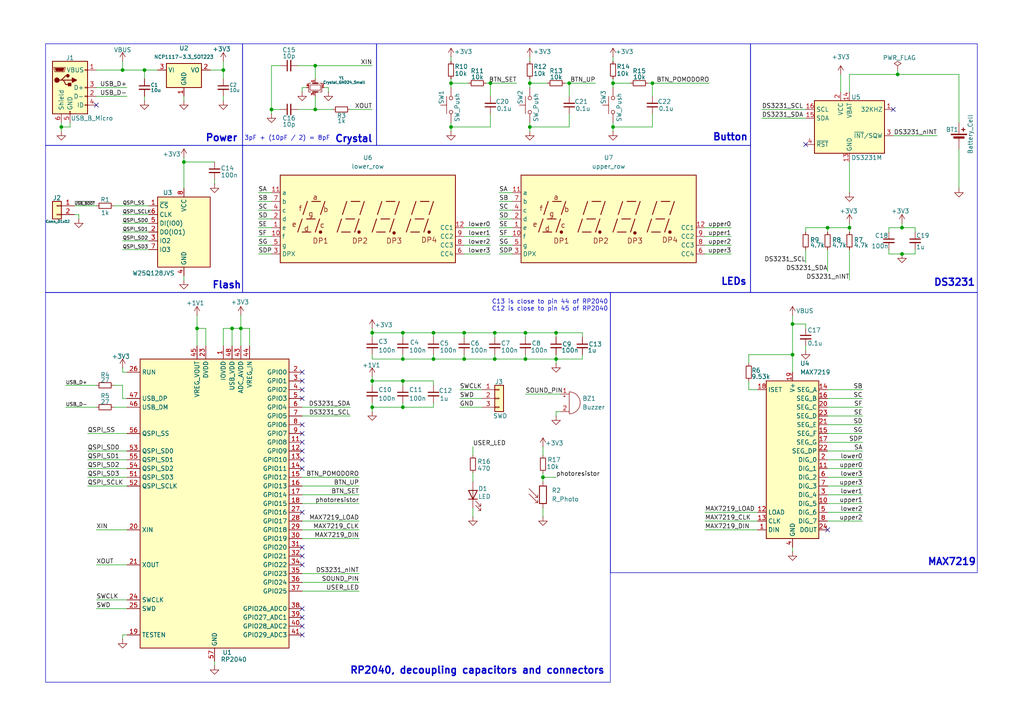
<source format=kicad_sch>
(kicad_sch (version 20231120) (generator "eeschema") (generator_version "8.0")
  (paper "A4")
  (title_block (title "pomopico") (date "2024-06-07") (rev "v0.1") (company "author-alcato"))
  (junction (at 35.56 20.32))
  (junction (at 57.15 95.25))
  (junction (at 91.44 19.05))
  (junction (at 161.29 104.14))
  (junction (at 143.51 104.14))
  (junction (at 116.84 118.11))
  (junction (at 125.73 104.14))
  (junction (at 78.74 31.75))
  (junction (at 177.8 24.13))
  (junction (at 246.38 66.04))
  (junction (at 157.48 138.43))
  (junction (at 64.77 20.32))
  (junction (at 69.85 95.25))
  (junction (at 161.29 96.52))
  (junction (at 107.95 96.52))
  (junction (at 125.73 96.52))
  (junction (at 53.34 46.99))
  (junction (at 189.23 24.13))
  (junction (at 67.31 95.25))
  (junction (at 229.87 102.87))
  (junction (at 260.35 21.59))
  (junction (at 41.91 20.32))
  (junction (at 134.62 104.14))
  (junction (at 107.95 110.49))
  (junction (at 153.67 36.83))
  (junction (at 17.78 36.83))
  (junction (at 143.51 96.52))
  (junction (at 229.87 93.98))
  (junction (at 142.24 24.13))
  (junction (at 153.67 24.13))
  (junction (at 116.84 96.52))
  (junction (at 130.81 36.83))
  (junction (at 152.4 96.52))
  (junction (at 107.95 118.11))
  (junction (at 116.84 110.49))
  (junction (at 130.81 24.13))
  (junction (at 261.62 66.04))
  (junction (at 165.1 24.13))
  (junction (at 116.84 104.14))
  (junction (at 152.4 104.14))
  (junction (at 177.8 36.83))
  (junction (at 240.03 66.04))
  (junction (at 261.62 73.66))
  (junction (at 91.44 31.75))
  (junction (at 134.62 96.52))
  (no_connect (at 87.63 107.95))
  (no_connect (at 87.63 163.83))
  (no_connect (at 87.63 158.75))
  (no_connect (at 87.63 179.07))
  (no_connect (at 259.08 31.75))
  (no_connect (at 27.94 30.48))
  (no_connect (at 87.63 133.35))
  (no_connect (at 87.63 113.03))
  (no_connect (at 240.03 153.67))
  (no_connect (at 87.63 128.27))
  (no_connect (at 87.63 176.53))
  (no_connect (at 233.68 41.91))
  (no_connect (at 87.63 135.89))
  (no_connect (at 87.63 184.15))
  (no_connect (at 87.63 161.29))
  (no_connect (at 87.63 115.57))
  (no_connect (at 87.63 125.73))
  (no_connect (at 87.63 148.59))
  (no_connect (at 87.63 130.81))
  (no_connect (at 87.63 110.49))
  (no_connect (at 87.63 123.19))
  (no_connect (at 87.63 181.61))
  (wire (pts (xy 74.93 66.04) (xy 78.74 66.04)))
  (wire (pts (xy 25.4 138.43) (xy 36.83 138.43)))
  (wire (pts (xy 64.77 100.33) (xy 64.77 95.25)))
  (wire (pts (xy 35.56 115.57) (xy 35.56 111.76)))
  (wire (pts (xy 33.02 59.69) (xy 43.18 59.69)))
  (wire (pts (xy 53.34 27.94) (xy 53.34 29.21)))
  (wire (pts (xy 87.63 171.45) (xy 104.14 171.45)))
  (wire (pts (xy 204.47 71.12) (xy 212.09 71.12)))
  (wire (pts (xy 157.48 138.43) (xy 157.48 139.7)))
  (wire (pts (xy 133.35 118.11) (xy 139.7 118.11)))
  (wire (pts (xy 125.73 110.49) (xy 116.84 110.49)))
  (wire (pts (xy 144.78 58.42) (xy 148.59 58.42)))
  (wire (pts (xy 144.78 60.96) (xy 148.59 60.96)))
  (wire (pts (xy 240.03 143.51) (xy 250.19 143.51)))
  (wire (pts (xy 189.23 33.02) (xy 189.23 36.83)))
  (wire (pts (xy 107.95 118.11) (xy 107.95 119.38)))
  (wire (pts (xy 152.4 102.87) (xy 152.4 104.14)))
  (wire (pts (xy 134.62 68.58) (xy 142.24 68.58)))
  (wire (pts (xy 278.13 43.18) (xy 278.13 54.61)))
  (wire (pts (xy 152.4 96.52) (xy 143.51 96.52)))
  (wire (pts (xy 69.85 95.25) (xy 69.85 100.33)))
  (wire (pts (xy 101.6 31.75) (xy 107.95 31.75)))
  (wire (pts (xy 107.95 95.25) (xy 107.95 96.52)))
  (wire (pts (xy 87.63 138.43) (xy 104.14 138.43)))
  (wire (pts (xy 135.89 24.13) (xy 130.81 24.13)))
  (wire (pts (xy 177.8 24.13) (xy 177.8 25.4)))
  (wire (pts (xy 217.17 105.41) (xy 217.17 102.87)))
  (wire (pts (xy 87.63 143.51) (xy 104.14 143.51)))
  (wire (pts (xy 157.48 147.32) (xy 157.48 149.86)))
  (wire (pts (xy 157.48 138.43) (xy 161.29 138.43)))
  (wire (pts (xy 168.91 96.52) (xy 161.29 96.52)))
  (wire (pts (xy 240.03 140.97) (xy 250.19 140.97)))
  (wire (pts (xy 35.56 111.76) (xy 33.02 111.76)))
  (wire (pts (xy 133.35 113.03) (xy 139.7 113.03)))
  (wire (pts (xy 165.1 33.02) (xy 165.1 36.83)))
  (wire (pts (xy 62.23 191.77) (xy 62.23 193.04)))
  (wire (pts (xy 153.67 22.86) (xy 153.67 24.13)))
  (wire (pts (xy 87.63 156.21) (xy 104.14 156.21)))
  (wire (pts (xy 35.56 17.78) (xy 35.56 20.32)))
  (wire (pts (xy 41.91 20.32) (xy 41.91 22.86)))
  (wire (pts (xy 125.73 118.11) (xy 116.84 118.11)))
  (wire (pts (xy 246.38 46.99) (xy 246.38 55.88)))
  (wire (pts (xy 177.8 38.1) (xy 177.8 36.83)))
  (wire (pts (xy 240.03 151.13) (xy 250.19 151.13)))
  (wire (pts (xy 233.68 93.98) (xy 229.87 93.98)))
  (wire (pts (xy 125.73 111.76) (xy 125.73 110.49)))
  (wire (pts (xy 265.43 72.39) (xy 265.43 73.66)))
  (wire (pts (xy 25.4 133.35) (xy 36.83 133.35)))
  (wire (pts (xy 134.62 104.14) (xy 143.51 104.14)))
  (wire (pts (xy 240.03 72.39) (xy 240.03 78.74)))
  (wire (pts (xy 204.47 66.04) (xy 212.09 66.04)))
  (wire (pts (xy 177.8 16.51) (xy 177.8 17.78)))
  (wire (pts (xy 57.15 95.25) (xy 57.15 100.33)))
  (wire (pts (xy 91.44 19.05) (xy 86.36 19.05)))
  (wire (pts (xy 87.63 151.13) (xy 104.14 151.13)))
  (wire (pts (xy 265.43 73.66) (xy 261.62 73.66)))
  (wire (pts (xy 116.84 118.11) (xy 107.95 118.11)))
  (wire (pts (xy 107.95 104.14) (xy 116.84 104.14)))
  (wire (pts (xy 72.39 100.33) (xy 72.39 95.25)))
  (wire (pts (xy 91.44 19.05) (xy 107.95 19.05)))
  (wire (pts (xy 143.51 102.87) (xy 143.51 104.14)))
  (wire (pts (xy 25.4 135.89) (xy 36.83 135.89)))
  (wire (pts (xy 229.87 102.87) (xy 229.87 107.95)))
  (wire (pts (xy 261.62 66.04) (xy 257.81 66.04)))
  (wire (pts (xy 116.84 116.84) (xy 116.84 118.11)))
  (wire (pts (xy 189.23 24.13) (xy 205.74 24.13)))
  (wire (pts (xy 140.97 24.13) (xy 142.24 24.13)))
  (wire (pts (xy 33.02 118.11) (xy 36.83 118.11)))
  (wire (pts (xy 260.35 21.59) (xy 278.13 21.59)))
  (wire (pts (xy 134.62 73.66) (xy 142.24 73.66)))
  (wire (pts (xy 125.73 102.87) (xy 125.73 104.14)))
  (wire (pts (xy 158.75 24.13) (xy 153.67 24.13)))
  (wire (pts (xy 78.74 19.05) (xy 78.74 31.75)))
  (wire (pts (xy 95.25 25.4) (xy 93.98 25.4)))
  (wire (pts (xy 142.24 24.13) (xy 142.24 27.94)))
  (wire (pts (xy 161.29 119.38) (xy 162.56 119.38)))
  (wire (pts (xy 187.96 24.13) (xy 189.23 24.13)))
  (wire (pts (xy 27.94 176.53) (xy 36.83 176.53)))
  (wire (pts (xy 27.94 25.4) (xy 36.83 25.4)))
  (wire (pts (xy 87.63 168.91) (xy 104.14 168.91)))
  (wire (pts (xy 64.77 17.78) (xy 64.77 20.32)))
  (wire (pts (xy 36.83 115.57) (xy 35.56 115.57)))
  (wire (pts (xy 116.84 96.52) (xy 107.95 96.52)))
  (wire (pts (xy 204.47 153.67) (xy 219.71 153.67)))
  (wire (pts (xy 240.03 133.35) (xy 250.19 133.35)))
  (wire (pts (xy 87.63 25.4) (xy 88.9 25.4)))
  (wire (pts (xy 53.34 45.72) (xy 53.34 46.99)))
  (wire (pts (xy 72.39 95.25) (xy 69.85 95.25)))
  (wire (pts (xy 19.05 118.11) (xy 27.94 118.11)))
  (wire (pts (xy 87.63 120.65) (xy 101.6 120.65)))
  (wire (pts (xy 240.03 135.89) (xy 250.19 135.89)))
  (wire (pts (xy 177.8 35.56) (xy 177.8 36.83)))
  (wire (pts (xy 64.77 27.94) (xy 64.77 29.21)))
  (wire (pts (xy 161.29 97.79) (xy 161.29 96.52)))
  (wire (pts (xy 87.63 166.37) (xy 104.14 166.37)))
  (wire (pts (xy 240.03 138.43) (xy 250.19 138.43)))
  (wire (pts (xy 87.63 118.11) (xy 101.6 118.11)))
  (wire (pts (xy 87.63 26.67) (xy 87.63 25.4)))
  (wire (pts (xy 74.93 58.42) (xy 78.74 58.42)))
  (wire (pts (xy 35.56 62.23) (xy 43.18 62.23)))
  (wire (pts (xy 137.16 147.32) (xy 137.16 149.86)))
  (wire (pts (xy 144.78 73.66) (xy 148.59 73.66)))
  (wire (pts (xy 67.31 95.25) (xy 69.85 95.25)))
  (wire (pts (xy 25.4 125.73) (xy 36.83 125.73)))
  (wire (pts (xy 107.95 116.84) (xy 107.95 118.11)))
  (wire (pts (xy 91.44 27.94) (xy 91.44 31.75)))
  (wire (pts (xy 17.78 36.83) (xy 17.78 38.1)))
  (wire (pts (xy 144.78 66.04) (xy 148.59 66.04)))
  (wire (pts (xy 142.24 24.13) (xy 149.86 24.13)))
  (wire (pts (xy 260.35 20.32) (xy 260.35 21.59)))
  (wire (pts (xy 74.93 60.96) (xy 78.74 60.96)))
  (wire (pts (xy 240.03 118.11) (xy 250.19 118.11)))
  (wire (pts (xy 134.62 96.52) (xy 134.62 97.79)))
  (wire (pts (xy 153.67 16.51) (xy 153.67 17.78)))
  (wire (pts (xy 22.86 62.23) (xy 22.86 63.5)))
  (wire (pts (xy 204.47 151.13) (xy 219.71 151.13)))
  (wire (pts (xy 17.78 35.56) (xy 17.78 36.83)))
  (wire (pts (xy 64.77 95.25) (xy 67.31 95.25)))
  (wire (pts (xy 74.93 71.12) (xy 78.74 71.12)))
  (wire (pts (xy 107.95 102.87) (xy 107.95 104.14)))
  (wire (pts (xy 204.47 68.58) (xy 212.09 68.58)))
  (wire (pts (xy 246.38 66.04) (xy 246.38 67.31)))
  (wire (pts (xy 257.81 72.39) (xy 257.81 73.66)))
  (wire (pts (xy 41.91 20.32) (xy 45.72 20.32)))
  (wire (pts (xy 74.93 55.88) (xy 78.74 55.88)))
  (wire (pts (xy 240.03 123.19) (xy 250.19 123.19)))
  (wire (pts (xy 78.74 31.75) (xy 81.28 31.75)))
  (wire (pts (xy 233.68 95.25) (xy 233.68 93.98)))
  (wire (pts (xy 53.34 46.99) (xy 62.23 46.99)))
  (wire (pts (xy 157.48 137.16) (xy 157.48 138.43)))
  (wire (pts (xy 157.48 129.54) (xy 157.48 132.08)))
  (wire (pts (xy 144.78 55.88) (xy 148.59 55.88)))
  (wire (pts (xy 35.56 184.15) (xy 35.56 185.42)))
  (wire (pts (xy 134.62 96.52) (xy 125.73 96.52)))
  (wire (pts (xy 161.29 104.14) (xy 161.29 105.41)))
  (wire (pts (xy 233.68 100.33) (xy 233.68 101.6)))
  (wire (pts (xy 243.84 21.59) (xy 243.84 26.67)))
  (wire (pts (xy 165.1 24.13) (xy 172.72 24.13)))
  (wire (pts (xy 130.81 38.1) (xy 130.81 36.83)))
  (wire (pts (xy 220.98 31.75) (xy 233.68 31.75)))
  (wire (pts (xy 152.4 104.14) (xy 161.29 104.14)))
  (wire (pts (xy 163.83 24.13) (xy 165.1 24.13)))
  (wire (pts (xy 53.34 80.01) (xy 53.34 81.28)))
  (wire (pts (xy 116.84 104.14) (xy 125.73 104.14)))
  (wire (pts (xy 143.51 96.52) (xy 134.62 96.52)))
  (wire (pts (xy 240.03 146.05) (xy 250.19 146.05)))
  (wire (pts (xy 152.4 96.52) (xy 152.4 97.79)))
  (wire (pts (xy 87.63 140.97) (xy 104.14 140.97)))
  (wire (pts (xy 87.63 146.05) (xy 104.14 146.05)))
  (wire (pts (xy 240.03 148.59) (xy 250.19 148.59)))
  (wire (pts (xy 133.35 115.57) (xy 139.7 115.57)))
  (wire (pts (xy 125.73 104.14) (xy 134.62 104.14)))
  (wire (pts (xy 168.91 97.79) (xy 168.91 96.52)))
  (wire (pts (xy 107.95 110.49) (xy 107.95 111.76)))
  (wire (pts (xy 62.23 52.07) (xy 62.23 53.34)))
  (wire (pts (xy 87.63 153.67) (xy 104.14 153.67)))
  (wire (pts (xy 78.74 19.05) (xy 81.28 19.05)))
  (wire (pts (xy 27.94 163.83) (xy 36.83 163.83)))
  (wire (pts (xy 27.94 20.32) (xy 35.56 20.32)))
  (wire (pts (xy 78.74 33.02) (xy 78.74 31.75)))
  (wire (pts (xy 259.08 39.37) (xy 271.78 39.37)))
  (wire (pts (xy 240.03 125.73) (xy 250.19 125.73)))
  (wire (pts (xy 240.03 115.57) (xy 250.19 115.57)))
  (wire (pts (xy 143.51 96.52) (xy 143.51 97.79)))
  (wire (pts (xy 153.67 24.13) (xy 153.67 25.4)))
  (wire (pts (xy 35.56 67.31) (xy 43.18 67.31)))
  (wire (pts (xy 240.03 128.27) (xy 250.19 128.27)))
  (wire (pts (xy 219.71 113.03) (xy 217.17 113.03)))
  (wire (pts (xy 36.83 184.15) (xy 35.56 184.15)))
  (wire (pts (xy 86.36 31.75) (xy 91.44 31.75)))
  (wire (pts (xy 130.81 24.13) (xy 130.81 25.4)))
  (wire (pts (xy 189.23 36.83) (xy 177.8 36.83)))
  (wire (pts (xy 182.88 24.13) (xy 177.8 24.13)))
  (wire (pts (xy 20.32 35.56) (xy 20.32 36.83)))
  (wire (pts (xy 35.56 72.39) (xy 43.18 72.39)))
  (wire (pts (xy 233.68 67.31) (xy 233.68 66.04)))
  (wire (pts (xy 165.1 24.13) (xy 165.1 27.94)))
  (wire (pts (xy 161.29 96.52) (xy 152.4 96.52)))
  (wire (pts (xy 137.16 137.16) (xy 137.16 139.7)))
  (wire (pts (xy 35.56 69.85) (xy 43.18 69.85)))
  (wire (pts (xy 107.95 109.22) (xy 107.95 110.49)))
  (wire (pts (xy 137.16 129.54) (xy 137.16 132.08)))
  (wire (pts (xy 27.94 173.99) (xy 36.83 173.99)))
  (wire (pts (xy 35.56 106.68) (xy 35.56 107.95)))
  (wire (pts (xy 246.38 64.77) (xy 246.38 66.04)))
  (wire (pts (xy 130.81 35.56) (xy 130.81 36.83)))
  (wire (pts (xy 125.73 96.52) (xy 116.84 96.52)))
  (wire (pts (xy 257.81 66.04) (xy 257.81 67.31)))
  (wire (pts (xy 25.4 140.97) (xy 36.83 140.97)))
  (wire (pts (xy 130.81 16.51) (xy 130.81 17.78)))
  (wire (pts (xy 116.84 110.49) (xy 107.95 110.49)))
  (wire (pts (xy 144.78 71.12) (xy 148.59 71.12)))
  (wire (pts (xy 217.17 102.87) (xy 229.87 102.87)))
  (wire (pts (xy 161.29 120.65) (xy 161.29 119.38)))
  (wire (pts (xy 153.67 35.56) (xy 153.67 36.83)))
  (wire (pts (xy 265.43 67.31) (xy 265.43 66.04)))
  (wire (pts (xy 130.81 22.86) (xy 130.81 24.13)))
  (wire (pts (xy 142.24 36.83) (xy 130.81 36.83)))
  (wire (pts (xy 116.84 96.52) (xy 116.84 97.79)))
  (wire (pts (xy 204.47 73.66) (xy 212.09 73.66)))
  (wire (pts (xy 278.13 21.59) (xy 278.13 35.56)))
  (wire (pts (xy 246.38 21.59) (xy 260.35 21.59)))
  (wire (pts (xy 27.94 153.67) (xy 36.83 153.67)))
  (wire (pts (xy 91.44 31.75) (xy 96.52 31.75)))
  (wire (pts (xy 134.62 102.87) (xy 134.62 104.14)))
  (wire (pts (xy 35.56 20.32) (xy 41.91 20.32)))
  (wire (pts (xy 261.62 64.77) (xy 261.62 66.04)))
  (wire (pts (xy 246.38 72.39) (xy 246.38 81.28)))
  (wire (pts (xy 35.56 107.95) (xy 36.83 107.95)))
  (wire (pts (xy 240.03 120.65) (xy 250.19 120.65)))
  (wire (pts (xy 74.93 73.66) (xy 78.74 73.66)))
  (wire (pts (xy 91.44 22.86) (xy 91.44 19.05)))
  (wire (pts (xy 107.95 96.52) (xy 107.95 97.79)))
  (wire (pts (xy 265.43 66.04) (xy 261.62 66.04)))
  (wire (pts (xy 152.4 114.3) (xy 162.56 114.3)))
  (wire (pts (xy 25.4 130.81) (xy 36.83 130.81)))
  (wire (pts (xy 240.03 113.03) (xy 250.19 113.03)))
  (wire (pts (xy 142.24 33.02) (xy 142.24 36.83)))
  (wire (pts (xy 20.32 36.83) (xy 17.78 36.83)))
  (wire (pts (xy 74.93 68.58) (xy 78.74 68.58)))
  (wire (pts (xy 116.84 102.87) (xy 116.84 104.14)))
  (wire (pts (xy 69.85 91.44) (xy 69.85 95.25)))
  (wire (pts (xy 240.03 66.04) (xy 246.38 66.04)))
  (wire (pts (xy 257.81 73.66) (xy 261.62 73.66)))
  (wire (pts (xy 59.69 100.33) (xy 59.69 95.25)))
  (wire (pts (xy 229.87 158.75) (xy 229.87 160.02)))
  (wire (pts (xy 64.77 20.32) (xy 64.77 22.86)))
  (wire (pts (xy 229.87 91.44) (xy 229.87 93.98)))
  (wire (pts (xy 189.23 24.13) (xy 189.23 27.94)))
  (wire (pts (xy 22.86 62.23) (xy 21.59 62.23)))
  (wire (pts (xy 19.05 111.76) (xy 27.94 111.76)))
  (wire (pts (xy 41.91 27.94) (xy 41.91 29.21)))
  (wire (pts (xy 134.62 66.04) (xy 142.24 66.04)))
  (wire (pts (xy 125.73 96.52) (xy 125.73 97.79)))
  (wire (pts (xy 21.59 59.69) (xy 27.94 59.69)))
  (wire (pts (xy 60.96 20.32) (xy 64.77 20.32)))
  (wire (pts (xy 134.62 71.12) (xy 142.24 71.12)))
  (wire (pts (xy 35.56 64.77) (xy 43.18 64.77)))
  (wire (pts (xy 233.68 72.39) (xy 233.68 76.2)))
  (wire (pts (xy 27.94 27.94) (xy 36.83 27.94)))
  (wire (pts (xy 220.98 34.29) (xy 233.68 34.29)))
  (wire (pts (xy 143.51 104.14) (xy 152.4 104.14)))
  (wire (pts (xy 177.8 22.86) (xy 177.8 24.13)))
  (wire (pts (xy 57.15 91.44) (xy 57.15 95.25)))
  (wire (pts (xy 240.03 67.31) (xy 240.03 66.04)))
  (wire (pts (xy 217.17 113.03) (xy 217.17 110.49)))
  (wire (pts (xy 161.29 102.87) (xy 161.29 104.14)))
  (wire (pts (xy 144.78 63.5) (xy 148.59 63.5)))
  (wire (pts (xy 59.69 95.25) (xy 57.15 95.25)))
  (wire (pts (xy 53.34 46.99) (xy 53.34 54.61)))
  (wire (pts (xy 67.31 100.33) (xy 67.31 95.25)))
  (wire (pts (xy 95.25 26.67) (xy 95.25 25.4)))
  (wire (pts (xy 233.68 66.04) (xy 240.03 66.04)))
  (wire (pts (xy 144.78 68.58) (xy 148.59 68.58)))
  (wire (pts (xy 168.91 104.14) (xy 161.29 104.14)))
  (wire (pts (xy 240.03 130.81) (xy 250.19 130.81)))
  (wire (pts (xy 74.93 63.5) (xy 78.74 63.5)))
  (wire (pts (xy 246.38 21.59) (xy 246.38 26.67)))
  (wire (pts (xy 204.47 148.59) (xy 219.71 148.59)))
  (wire (pts (xy 165.1 36.83) (xy 153.67 36.83)))
  (wire (pts (xy 229.87 93.98) (xy 229.87 102.87)))
  (wire (pts (xy 168.91 102.87) (xy 168.91 104.14)))
  (wire (pts (xy 153.67 38.1) (xy 153.67 36.83)))
  (wire (pts (xy 125.73 116.84) (xy 125.73 118.11)))
  (wire (pts (xy 116.84 111.76) (xy 116.84 110.49)))
  (rectangle (start 70.358 12.7) (end 109.22 42.164))
  (rectangle (start 177.038 84.836) (end 283.464 166.116))
  (rectangle (start 13.208 12.7) (end 70.358 42.164))
  (rectangle (start 109.22 12.7) (end 217.678 42.164))
  (rectangle (start 70.358 42.164) (end 217.678 84.836))
  (rectangle (start 13.208 42.164) (end 70.358 84.836))
  (rectangle (start 217.678 12.7) (end 283.464 84.836))
  (rectangle (start 13.208 84.836) (end 177.038 197.866))
  (text "MAX7219" (at 276.098 163.068 0) (effects (font (size 2.032 2.032) (bold yes))))
  (text "Button" (at 211.836 39.878 0) (effects (font (size 2.032 2.032) (bold yes))))
  (text "Crystal" (at 102.616 40.386 0) (effects (font (size 2.032 2.032) (bold yes))))
  (text "3pF + (10pF / 2) = 8pF" (at 83.312 40.132 0) (effects (font (size 1.27 1.27))))
  (text "C13 is close to pin 44 of RP2040\nC12 is close to pin 45 of RP2040" (at 159.512 88.646 0) (effects (font (size 1.27 1.27))))
  (text "DS3231" (at 276.86 82.042 0) (effects (font (size 2.032 2.032) (bold yes))))
  (text "LEDs" (at 212.852 81.788 0) (effects (font (size 2.032 2.032) (bold yes))))
  (text "Power" (at 64.262 40.132 0) (effects (font (size 2.032 2.032) (thickness 0.4064) (bold yes))))
  (text "RP2040, decoupling capacitors and connectors" (at 138.43 194.564 0) (effects (font (size 2.032 2.032) (bold yes))))
  (text "Flash" (at 65.786 82.804 0) (effects (font (size 2.032 2.032) (bold yes))))
  (label "DS3231_SCL" (at 101.6 120.65 180))
  (label "BTN_POMODORO" (at 104.14 138.43 180))
  (label "lower3" (at 142.24 73.66 180))
  (label "photoresistor" (at 104.14 146.05 180))
  (label "SOUND_PIN" (at 104.14 168.91 180))
  (label "QSPI_SD2" (at 35.56 69.85 0) (effects (font (size 1.016 1.016))))
  (label "SE" (at 250.19 120.65 180))
  (label "USB_D+" (at 36.83 25.4 180))
  (label "lower3" (at 250.19 138.43 180))
  (label "QSPI_SS" (at 25.4 125.73 0))
  (label "USB_D-" (at 36.83 27.94 180))
  (label "DS3231_nINT" (at 271.78 39.37 180))
  (label "SDP" (at 250.19 128.27 180))
  (label "SWCLK" (at 133.35 113.03 0))
  (label "QSPI_SCLK" (at 35.56 62.23 0) (effects (font (size 1.016 1.016))))
  (label "SF" (at 250.19 118.11 180))
  (label "SB" (at 74.93 58.42 0))
  (label "SWCLK" (at 27.94 173.99 0))
  (label "SG" (at 74.93 71.12 0))
  (label "QSPI_SD2" (at 25.4 135.89 0))
  (label "BTN_POMODORO" (at 205.74 24.13 180))
  (label "lower0" (at 250.19 133.35 180))
  (label "DS3231_nINT" (at 246.38 81.28 180))
  (label "QSPI_SD1" (at 25.4 133.35 0))
  (label "GND" (at 133.35 118.11 0))
  (label "XOUT" (at 27.94 163.83 0))
  (label "SOUND_PIN" (at 152.4 114.3 0))
  (label "QSPI_SD3" (at 25.4 138.43 0))
  (label "QSPI_SD0" (at 25.4 130.81 0))
  (label "SC" (at 144.78 60.96 0))
  (label "SWD" (at 27.94 176.53 0))
  (label "lower2" (at 142.24 71.12 180))
  (label "SWD" (at 133.35 115.57 0))
  (label "SDP" (at 74.93 73.66 0))
  (label "SB" (at 250.19 113.03 180))
  (label "upper3" (at 212.09 73.66 180))
  (label "XOUT" (at 107.95 31.75 180))
  (label "BTN_UP" (at 104.14 140.97 180))
  (label "SDP" (at 144.78 73.66 0))
  (label "MAX7219_CLK" (at 104.14 153.67 180))
  (label "QSPI_SD1" (at 35.56 67.31 0) (effects (font (size 1.016 1.016))))
  (label "SA" (at 144.78 55.88 0))
  (label "SC" (at 250.19 115.57 180))
  (label "SD" (at 144.78 63.5 0))
  (label "USB_D+" (at 19.05 111.76 0) (effects (font (size 1.016 1.016))))
  (label "lower1" (at 142.24 68.58 180))
  (label "upper1" (at 212.09 68.58 180))
  (label "DS3231_SCL" (at 233.68 76.2 180))
  (label "SE" (at 74.93 66.04 0))
  (label "SC" (at 74.93 60.96 0))
  (label "~{USB_BOOT}" (at 21.59 59.69 0) (effects (font (size 0.762 0.762))))
  (label "QSPI_SS" (at 35.56 59.69 0) (effects (font (size 1.016 1.016))))
  (label "upper2" (at 212.09 71.12 180))
  (label "USB_D-" (at 19.05 118.11 0) (effects (font (size 1.016 1.016))))
  (label "BTN_SET" (at 104.14 143.51 180))
  (label "XIN" (at 107.95 19.05 180))
  (label "SA" (at 74.93 55.88 0))
  (label "DS3231_nINT" (at 104.14 166.37 180))
  (label "MAX7219_DIN" (at 204.47 153.67 0))
  (label "QSPI_SCLK" (at 25.4 140.97 0))
  (label "upper1" (at 250.19 146.05 180))
  (label "lower1" (at 250.19 143.51 180))
  (label "SB" (at 144.78 58.42 0))
  (label "MAX7219_DIN" (at 104.14 156.21 180))
  (label "USER_LED" (at 104.14 171.45 180))
  (label "SE" (at 144.78 66.04 0))
  (label "QSPI_SD0" (at 35.56 64.77 0) (effects (font (size 1.016 1.016))))
  (label "DS3231_SDA" (at 240.03 78.74 180))
  (label "DS3231_SCL" (at 220.98 31.75 0))
  (label "SF" (at 144.78 68.58 0))
  (label "XIN" (at 27.94 153.67 0))
  (label "upper2" (at 250.19 151.13 180))
  (label "MAX7219_CLK" (at 204.47 151.13 0))
  (label "SG" (at 250.19 125.73 180))
  (label "DS3231_SDA" (at 101.6 118.11 180))
  (label "lower0" (at 142.24 66.04 180))
  (label "MAX7219_LOAD" (at 104.14 151.13 180))
  (label "SD" (at 74.93 63.5 0))
  (label "MAX7219_LOAD" (at 204.47 148.59 0))
  (label "USER_LED" (at 137.16 129.54 0))
  (label "SG" (at 144.78 71.12 0))
  (label "SF" (at 74.93 68.58 0))
  (label "upper0" (at 250.19 135.89 180))
  (label "SD" (at 250.19 123.19 180))
  (label "photoresistor" (at 161.29 138.43 0))
  (label "lower2" (at 250.19 148.59 180))
  (label "upper0" (at 212.09 66.04 180))
  (label "BTN_UP" (at 172.72 24.13 180))
  (label "DS3231_SDA" (at 220.98 34.29 0))
  (label "upper3" (at 250.19 140.97 180))
  (label "BTN_SET" (at 149.86 24.13 180))
  (label "SA" (at 250.19 130.81 180))
  (label "QSPI_SD3" (at 35.56 72.39 0) (effects (font (size 1.016 1.016))))
  (symbol (lib_id "Device:C_Small") (at 125.73 100.33 0) (unit 1)
    (property "Reference" "C5" (at 127.508 99.568 0) (effects (justify left)))
    (property "Value" "100n" (at 127.508 101.6 0) (effects (justify left)))
    (property "Footprint" "Capacitor_SMD:C_0402_1005Metric_Pad0.74x0.62mm_HandSolder" (effects (hide yes)))
    (property "Description" "Unpolarized capacitor, small symbol" (effects (hide yes)))
  )
  (symbol (lib_id "power:GND") (at 107.95 119.38 0) (unit 1)
    (property "Reference" "#PWR012" (effects (hide yes)))
    (property "Value" "GND" (effects (hide yes)))
    (property "Description" "Power symbol creates a global label with name \"GND\" , ground" (effects (hide yes)))
  )
  (symbol (lib_id "power:+3V3") (at 157.48 129.54 0) (unit 1)
    (property "Reference" "#PWR038" (effects (hide yes)))
    (property "Value" "+3V3" (at 160.782 128.524 0))
    (property "Description" "Power symbol creates a global label with name \"+3V3\"" (effects (hide yes)))
  )
  (symbol (lib_id "power:GND") (at 157.48 149.86 0) (unit 1)
    (property "Reference" "#PWR039" (effects (hide yes)))
    (property "Value" "GND" (effects (hide yes)))
    (property "Description" "Power symbol creates a global label with name \"GND\" , ground" (effects (hide yes)))
  )
  (symbol (lib_id "Timer_RTC:DS3231M") (at 246.38 36.83 0) (unit 1)
    (property "Reference" "U5" (at 246.888 28.194 0) (effects (justify left)))
    (property "Value" "DS3231M" (at 246.888 45.72 0) (effects (justify left)))
    (property "Footprint" "Package_SO:SOIC-16W_7.5x10.3mm_P1.27mm" (effects (hide yes)))
    (property "Datasheet" "http://datasheets.maximintegrated.com/en/ds/DS3231.pdf" (effects (hide yes)))
    (property "Description" "Extremely Accurate I2C-Integrated RTC/TCXO/Crystal SOIC-16" (effects (hide yes)))
  )
  (symbol (lib_id "Connector_Generic:Conn_01x02") (at 16.51 59.69 0) (mirror y) (unit 1)
    (property "Reference" "J2" (at 16.51 57.404 0))
    (property "Value" "Conn_01x02" (at 16.764 64.262 0) (effects (font (size 0.762 0.762))))
    (property "Footprint" "Connector_PinHeader_2.54mm:PinHeader_1x02_P2.54mm_Vertical" (effects (hide yes)))
    (property "Description" "Generic connector, single row, 01x02, script generated (kicad-library-utils/schlib/autogen/connector/)" (effects (hide yes)))
  )
  (symbol (lib_id "power:GND") (at 17.78 38.1 0) (unit 1)
    (property "Reference" "#PWR06" (effects (hide yes)))
    (property "Value" "GND" (effects (hide yes)))
    (property "Description" "Power symbol creates a global label with name \"GND\" , ground" (effects (hide yes)))
  )
  (symbol (lib_id "Device:R_Small") (at 137.16 134.62 0) (unit 1)
    (property "Reference" "R16" (at 138.43 133.858 0) (effects (justify left)))
    (property "Value" "470" (at 138.43 135.89 0) (effects (justify left)))
    (property "Footprint" "Resistor_SMD:R_0402_1005Metric_Pad0.72x0.64mm_HandSolder" (effects (hide yes)))
    (property "Description" "Resistor, small symbol" (effects (hide yes)))
  )
  (symbol (lib_id "Device:Buzzer") (at 165.1 116.84 0) (unit 1)
    (property "Reference" "BZ1" (at 168.91 115.5699 0) (effects (justify left)))
    (property "Value" "Buzzer" (at 168.91 118.1099 0) (effects (justify left)))
    (property "Footprint" "Buzzer_Beeper:Buzzer_12x9.5RM7.6" (effects (hide yes)))
    (property "Description" "Buzzer, polarized" (effects (hide yes)))
  )
  (symbol (lib_id "MCU_RaspberryPi:RP2040") (at 62.23 146.05 0) (unit 1)
    (property "Reference" "U1" (at 64.516 189.23 0) (effects (justify left)))
    (property "Value" "RP2040" (at 64.008 191.262 0) (effects (justify left)))
    (property "Footprint" "RP2040_minimal_r2:RP2040-QFN-56" (effects (hide yes)))
    (property "Datasheet" "https://datasheets.raspberrypi.com/rp2040/rp2040-datasheet.pdf" (effects (hide yes)))
    (property "Description" "A microcontroller by Raspberry Pi" (effects (hide yes)))
  )
  (symbol (lib_id "Device:R_Small") (at 30.48 111.76 90) (unit 1)
    (property "Reference" "R4" (at 30.48 108.712 90))
    (property "Value" "27" (at 30.48 110.236 90))
    (property "Footprint" "Resistor_SMD:R_0402_1005Metric_Pad0.72x0.64mm_HandSolder" (effects (hide yes)))
    (property "Description" "Resistor, small symbol" (effects (hide yes)))
  )
  (symbol (lib_id "power:GND") (at 64.77 29.21 0) (unit 1)
    (property "Reference" "#PWR05" (effects (hide yes)))
    (property "Value" "GND" (effects (hide yes)))
    (property "Description" "Power symbol creates a global label with name \"GND\" , ground" (effects (hide yes)))
  )
  (symbol (lib_id "power:GND") (at 130.81 38.1 0) (unit 1)
    (property "Reference" "#PWR032" (effects (hide yes)))
    (property "Value" "GND" (effects (hide yes)))
    (property "Description" "Power symbol creates a global label with name \"GND\" , ground" (effects (hide yes)))
  )
  (symbol (lib_id "Device:R_Small") (at 130.81 20.32 0) (unit 1)
    (property "Reference" "R10" (at 131.826 19.304 0) (effects (justify left)))
    (property "Value" "10k" (at 131.826 21.336 0) (effects (justify left)))
    (property "Footprint" "Resistor_SMD:R_0402_1005Metric_Pad0.72x0.64mm_HandSolder" (effects (hide yes)))
    (property "Description" "Resistor, small symbol" (effects (hide yes)))
  )
  (symbol (lib_id "power:GND") (at 161.29 105.41 0) (unit 1)
    (property "Reference" "#PWR08" (effects (hide yes)))
    (property "Value" "GND" (effects (hide yes)))
    (property "Description" "Power symbol creates a global label with name \"GND\" , ground" (effects (hide yes)))
  )
  (symbol (lib_id "power:+3V3") (at 130.81 16.51 0) (unit 1)
    (property "Reference" "#PWR031" (effects (hide yes)))
    (property "Value" "+3V3" (at 134.366 14.986 0))
    (property "Description" "Power symbol creates a global label with name \"+3V3\"" (effects (hide yes)))
  )
  (symbol (lib_id "Display_Character:CC56-12GWA") (at 106.68 63.5 0) (unit 1)
    (property "Reference" "U6" (at 106.68 45.72 0))
    (property "Value" "lower_row" (at 106.68 48.26 0))
    (property "Footprint" "Display_7Segment:CC56-12GWA" (effects (hide yes)))
    (property "Datasheet" "http://www.kingbrightusa.com/images/catalog/SPEC/CC56-12GWA.pdf" (effects (hide yes)))
    (property "Description" "4 digit 7 segment green LED, common cathode" (effects (hide yes)))
  )
  (symbol (lib_id "power:PWR_FLAG") (at 260.35 20.32 0) (unit 1)
    (property "Reference" "#FLG01" (effects (hide yes)))
    (property "Value" "PWR_FLAG" (at 260.858 16.764 0))
    (property "Description" "Special symbol for telling ERC where power comes from" (effects (hide yes)))
  )
  (symbol (lib_id "power:+3V3") (at 246.38 64.77 0) (unit 1)
    (property "Reference" "#PWR028" (effects (hide yes)))
    (property "Value" "+3V3" (at 246.126 61.214 0))
    (property "Description" "Power symbol creates a global label with name \"+3V3\"" (effects (hide yes)))
  )
  (symbol (lib_id "power:GND") (at 177.8 38.1 0) (unit 1)
    (property "Reference" "#PWR036" (effects (hide yes)))
    (property "Value" "GND" (effects (hide yes)))
    (property "Description" "Power symbol creates a global label with name \"GND\" , ground" (effects (hide yes)))
  )
  (symbol (lib_id "Device:C_Small") (at 165.1 30.48 180) (unit 1)
    (property "Reference" "C21" (at 166.624 29.464 0) (effects (justify right)))
    (property "Value" "0.1u" (at 166.878 31.496 0) (effects (justify right)))
    (property "Footprint" "Capacitor_SMD:C_0402_1005Metric_Pad0.74x0.62mm_HandSolder" (effects (hide yes)))
    (property "Description" "Unpolarized capacitor, small symbol" (effects (hide yes)))
  )
  (symbol (lib_id "power:+3V3") (at 261.62 64.77 0) (unit 1)
    (property "Reference" "#PWR029" (effects (hide yes)))
    (property "Value" "+3V3" (at 261.112 61.214 0))
    (property "Description" "Power symbol creates a global label with name \"+3V3\"" (effects (hide yes)))
  )
  (symbol (lib_id "Device:Crystal_GND24_Small") (at 91.44 25.4 90) (mirror x) (unit 1)
    (property "Reference" "Y1" (at 99.06 22.606 90) (effects (font (size 0.762 0.762))))
    (property "Value" "Crystal_GND24_Small" (at 99.822 23.876 90) (effects (font (size 0.762 0.762))))
    (property "Footprint" "Crystal:Crystal_SMD_3225-4Pin_3.2x2.5mm" (effects (hide yes)))
    (property "Description" "Four pin crystal, GND on pins 2 and 4, small symbol" (effects (hide yes)))
  )
  (symbol (lib_id "Device:R_Small") (at 233.68 69.85 0) (unit 1)
    (property "Reference" "R9" (at 234.95 69.596 0) (effects (justify left)))
    (property "Value" "4.7k" (at 234.95 71.12 0) (effects (justify left)))
    (property "Footprint" "Resistor_SMD:R_0402_1005Metric_Pad0.72x0.64mm_HandSolder" (effects (hide yes)))
    (property "Description" "Resistor, small symbol" (effects (hide yes)))
  )
  (symbol (lib_id "Device:C_Small") (at 189.23 30.48 180) (unit 1)
    (property "Reference" "C22" (at 190.754 29.464 0) (effects (justify right)))
    (property "Value" "0.1u" (at 191.008 31.496 0) (effects (justify right)))
    (property "Footprint" "Capacitor_SMD:C_0402_1005Metric_Pad0.74x0.62mm_HandSolder" (effects (hide yes)))
    (property "Description" "Unpolarized capacitor, small symbol" (effects (hide yes)))
  )
  (symbol (lib_id "Switch:SW_Push") (at 130.81 30.48 90) (unit 1)
    (property "Reference" "SW1" (at 128.016 26.162 0) (effects (justify right)))
    (property "Value" "SW_Push" (at 132.588 26.924 0) (effects (justify right)))
    (property "Footprint" "Buttons_Switches_THT.pretty-master:SW_Tactile_SPST_Angled_PTS645Vx83-2LFS" (effects (hide yes)))
    (property "Description" "Push button switch, generic, two pins" (effects (hide yes)))
  )
  (symbol (lib_id "Device:R_Small") (at 240.03 69.85 0) (unit 1)
    (property "Reference" "R8" (at 241.3 69.596 0) (effects (justify left)))
    (property "Value" "4.7k" (at 241.3 71.12 0) (effects (justify left)))
    (property "Footprint" "Resistor_SMD:R_0402_1005Metric_Pad0.72x0.64mm_HandSolder" (effects (hide yes)))
    (property "Description" "Resistor, small symbol" (effects (hide yes)))
  )
  (symbol (lib_id "power:GND") (at 62.23 193.04 0) (unit 1)
    (property "Reference" "#PWR021" (effects (hide yes)))
    (property "Value" "GND" (effects (hide yes)))
    (property "Description" "Power symbol creates a global label with name \"GND\" , ground" (effects (hide yes)))
  )
  (symbol (lib_id "power:+3V3") (at 107.95 95.25 0) (unit 1)
    (property "Reference" "#PWR07" (effects (hide yes)))
    (property "Value" "+3V3" (at 111.252 94.234 0))
    (property "Description" "Power symbol creates a global label with name \"+3V3\"" (effects (hide yes)))
  )
  (symbol (lib_id "Device:C_Small") (at 64.77 25.4 0) (unit 1)
    (property "Reference" "C2" (at 66.548 24.638 0) (effects (font (size 1.016 1.016)) (justify left)))
    (property "Value" "10u" (at 66.548 26.162 0) (effects (font (size 1.016 1.016)) (justify left)))
    (property "Footprint" "Capacitor_SMD:C_0402_1005Metric_Pad0.74x0.62mm_HandSolder" (effects (hide yes)))
    (property "Description" "Unpolarized capacitor, small symbol" (effects (hide yes)))
  )
  (symbol (lib_id "Device:R_Small") (at 185.42 24.13 90) (unit 1)
    (property "Reference" "R15" (at 185.42 20.574 90))
    (property "Value" "10k" (at 185.42 22.352 90))
    (property "Footprint" "Resistor_SMD:R_0402_1005Metric_Pad0.72x0.64mm_HandSolder" (effects (hide yes)))
    (property "Description" "Resistor, small symbol" (effects (hide yes)))
  )
  (symbol (lib_id "power:+3V3") (at 177.8 16.51 0) (unit 1)
    (property "Reference" "#PWR035" (effects (hide yes)))
    (property "Value" "+3V3" (at 181.102 14.986 0))
    (property "Description" "Power symbol creates a global label with name \"+3V3\"" (effects (hide yes)))
  )
  (symbol (lib_id "power:GND") (at 261.62 73.66 0) (unit 1)
    (property "Reference" "#PWR030" (effects (hide yes)))
    (property "Value" "GND" (effects (hide yes)))
    (property "Description" "Power symbol creates a global label with name \"GND\" , ground" (effects (hide yes)))
  )
  (symbol (lib_id "Connector_Generic:Conn_01x03") (at 144.78 115.57 0) (unit 1)
    (property "Reference" "J3" (at 143.51 110.744 0) (effects (justify left)))
    (property "Value" "SWD" (at 143.002 120.65 0) (effects (justify left)))
    (property "Footprint" "Connector_PinHeader_2.54mm:PinHeader_1x03_P2.54mm_Vertical" (effects (hide yes)))
    (property "Description" "Generic connector, single row, 01x03, script generated (kicad-library-utils/schlib/autogen/connector/)" (effects (hide yes)))
  )
  (symbol (lib_id "power:+3V3") (at 153.67 16.51 0) (unit 1)
    (property "Reference" "#PWR033" (effects (hide yes)))
    (property "Value" "+3V3" (at 157.226 14.986 0))
    (property "Description" "Power symbol creates a global label with name \"+3V3\"" (effects (hide yes)))
  )
  (symbol (lib_id "Device:R_Photo") (at 157.48 143.51 0) (unit 1)
    (property "Reference" "R2" (at 160.02 142.2399 0) (effects (justify left)))
    (property "Value" "R_Photo" (at 160.02 144.7799 0) (effects (justify left)))
    (property "Footprint" "PDV-P8003:PHODET_PDV-P8103" (effects (hide yes)))
    (property "Description" "Photoresistor" (effects (hide yes)))
  )
  (symbol (lib_id "Device:R_Small") (at 153.67 20.32 0) (unit 1)
    (property "Reference" "R12" (at 154.686 19.304 0) (effects (justify left)))
    (property "Value" "10k" (at 154.686 21.336 0) (effects (justify left)))
    (property "Footprint" "Resistor_SMD:R_0402_1005Metric_Pad0.72x0.64mm_HandSolder" (effects (hide yes)))
    (property "Description" "Resistor, small symbol" (effects (hide yes)))
  )
  (symbol (lib_id "Driver_LED:MAX7219") (at 229.87 133.35 0) (unit 1)
    (property "Reference" "U4" (at 232.0641 105.41 0) (effects (justify left)))
    (property "Value" "MAX7219" (at 232.0641 107.95 0) (effects (justify left)))
    (property "Footprint" "Package_SO:SOIC-24W_7.5x15.4mm_P1.27mm" (effects (hide yes)))
    (property "Datasheet" "https://datasheets.maximintegrated.com/en/ds/MAX7219-MAX7221.pdf" (effects (hide yes)))
    (property "Description" "8-Digit LED Display Driver" (effects (hide yes)))
  )
  (symbol (lib_id "Device:R_Small") (at 30.48 118.11 90) (unit 1)
    (property "Reference" "R5" (at 30.48 114.808 90))
    (property "Value" "27" (at 30.48 116.586 90))
    (property "Footprint" "Resistor_SMD:R_0402_1005Metric_Pad0.72x0.64mm_HandSolder" (effects (hide yes)))
    (property "Description" "Resistor, small symbol" (effects (hide yes)))
  )
  (symbol (lib_id "Device:C_Small") (at 233.68 97.79 0) (unit 1)
    (property "Reference" "C17" (at 234.188 95.758 0) (effects (justify left)))
    (property "Value" "0.1u" (at 234.188 99.568 0) (effects (justify left)))
    (property "Footprint" "Capacitor_SMD:C_0402_1005Metric_Pad0.74x0.62mm_HandSolder" (effects (hide yes)))
    (property "Description" "Unpolarized capacitor, small symbol" (effects (hide yes)))
  )
  (symbol (lib_id "power:GND") (at 62.23 53.34 0) (unit 1)
    (property "Reference" "#PWR015" (effects (hide yes)))
    (property "Value" "GND" (effects (hide yes)))
    (property "Description" "Power symbol creates a global label with name \"GND\" , ground" (effects (hide yes)))
  )
  (symbol (lib_id "Switch:SW_Push") (at 153.67 30.48 90) (unit 1)
    (property "Reference" "SW2" (at 150.876 26.162 0) (effects (justify right)))
    (property "Value" "SW_Push" (at 155.448 26.924 0) (effects (justify right)))
    (property "Footprint" "Buttons_Switches_THT.pretty-master:SW_Tactile_SPST_Angled_PTS645Vx83-2LFS" (effects (hide yes)))
    (property "Description" "Push button switch, generic, two pins" (effects (hide yes)))
  )
  (symbol (lib_id "power:GND") (at 229.87 160.02 0) (unit 1)
    (property "Reference" "#PWR024" (effects (hide yes)))
    (property "Value" "GND" (effects (hide yes)))
    (property "Description" "Power symbol creates a global label with name \"GND\" , ground" (effects (hide yes)))
  )
  (symbol (lib_id "Device:R_Small") (at 161.29 24.13 90) (unit 1)
    (property "Reference" "R13" (at 161.29 20.574 90))
    (property "Value" "10k" (at 161.29 22.352 90))
    (property "Footprint" "Resistor_SMD:R_0402_1005Metric_Pad0.72x0.64mm_HandSolder" (effects (hide yes)))
    (property "Description" "Resistor, small symbol" (effects (hide yes)))
  )
  (symbol (lib_id "Device:C_Small") (at 107.95 114.3 0) (unit 1)
    (property "Reference" "C10" (at 109.728 113.03 0) (effects (justify left)))
    (property "Value" "100n" (at 109.728 115.57 0) (effects (justify left)))
    (property "Footprint" "Capacitor_SMD:C_0402_1005Metric_Pad0.74x0.62mm_HandSolder" (effects (hide yes)))
    (property "Description" "Unpolarized capacitor, small symbol" (effects (hide yes)))
  )
  (symbol (lib_id "Device:C_Small") (at 265.43 69.85 0) (unit 1)
    (property "Reference" "C19" (at 265.684 68.326 0) (effects (justify left)))
    (property "Value" "1u" (at 265.684 71.628 0) (effects (justify left)))
    (property "Footprint" "Capacitor_SMD:C_0402_1005Metric_Pad0.74x0.62mm_HandSolder" (effects (hide yes)))
    (property "Description" "Unpolarized capacitor, small symbol" (effects (hide yes)))
  )
  (symbol (lib_id "Device:R_Small") (at 138.43 24.13 90) (unit 1)
    (property "Reference" "R11" (at 138.43 20.574 90))
    (property "Value" "10k" (at 138.43 22.352 90))
    (property "Footprint" "Resistor_SMD:R_0402_1005Metric_Pad0.72x0.64mm_HandSolder" (effects (hide yes)))
    (property "Description" "Resistor, small symbol" (effects (hide yes)))
  )
  (symbol (lib_id "Device:R_Small") (at 157.48 134.62 0) (unit 1)
    (property "Reference" "R17" (at 158.75 133.35 0) (effects (justify left)))
    (property "Value" "10k" (at 158.496 135.382 0) (effects (justify left)))
    (property "Footprint" "Resistor_SMD:R_0402_1005Metric_Pad0.72x0.64mm_HandSolder" (effects (hide yes)))
    (property "Description" "Resistor, small symbol" (effects (hide yes)))
  )
  (symbol (lib_id "Device:C_Small") (at 41.91 25.4 0) (unit 1)
    (property "Reference" "C1" (at 43.688 24.638 0) (effects (font (size 1.016 1.016)) (justify left)))
    (property "Value" "10u" (at 43.688 26.162 0) (effects (font (size 1.016 1.016)) (justify left)))
    (property "Footprint" "Capacitor_SMD:C_0402_1005Metric_Pad0.74x0.62mm_HandSolder" (effects (hide yes)))
    (property "Description" "Unpolarized capacitor, small symbol" (effects (hide yes)))
  )
  (symbol (lib_id "Device:C_Small") (at 116.84 114.3 0) (unit 1)
    (property "Reference" "C11" (at 118.618 113.03 0) (effects (justify left)))
    (property "Value" "100n" (at 118.618 115.57 0) (effects (justify left)))
    (property "Footprint" "Capacitor_SMD:C_0402_1005Metric_Pad0.74x0.62mm_HandSolder" (effects (hide yes)))
    (property "Description" "Unpolarized capacitor, small symbol" (effects (hide yes)))
  )
  (symbol (lib_id "Device:C_Small") (at 134.62 100.33 0) (unit 1)
    (property "Reference" "C6" (at 136.398 99.568 0) (effects (justify left)))
    (property "Value" "100n" (at 136.398 101.6 0) (effects (justify left)))
    (property "Footprint" "Capacitor_SMD:C_0402_1005Metric_Pad0.74x0.62mm_HandSolder" (effects (hide yes)))
    (property "Description" "Unpolarized capacitor, small symbol" (effects (hide yes)))
  )
  (symbol (lib_id "Device:C_Small") (at 152.4 100.33 0) (unit 1)
    (property "Reference" "C8" (at 154.178 99.568 0) (effects (justify left)))
    (property "Value" "100n" (at 153.924 101.6 0) (effects (justify left)))
    (property "Footprint" "Capacitor_SMD:C_0402_1005Metric_Pad0.74x0.62mm_HandSolder" (effects (hide yes)))
    (property "Description" "Unpolarized capacitor, small symbol" (effects (hide yes)))
  )
  (symbol (lib_id "power:GND") (at 233.68 101.6 0) (unit 1)
    (property "Reference" "#PWR025" (effects (hide yes)))
    (property "Value" "GND" (effects (hide yes)))
    (property "Description" "Power symbol creates a global label with name \"GND\" , ground" (effects (hide yes)))
  )
  (symbol (lib_id "power:GND") (at 53.34 29.21 0) (unit 1)
    (property "Reference" "#PWR04" (effects (hide yes)))
    (property "Value" "GND" (effects (hide yes)))
    (property "Description" "Power symbol creates a global label with name \"GND\" , ground" (effects (hide yes)))
  )
  (symbol (lib_id "power:+1V1") (at 107.95 109.22 0) (unit 1)
    (property "Reference" "#PWR011" (effects (hide yes)))
    (property "Value" "+1V1" (at 107.696 105.918 0))
    (property "Description" "Power symbol creates a global label with name \"+1V1\"" (effects (hide yes)))
  )
  (symbol (lib_id "Connector:USB_B_Micro") (at 20.32 25.4 0) (unit 1)
    (property "Reference" "J1" (at 20.32 16.764 0))
    (property "Value" "USB_B_Micro" (at 26.67 34.29 0))
    (property "Footprint" "Connector_USB:USB_Micro-B_Molex-105017-0001" (effects (hide yes)))
    (property "Description" "USB Micro Type B connector" (effects (hide yes)))
  )
  (symbol (lib_id "power:+3V3") (at 243.84 21.59 0) (unit 1)
    (property "Reference" "#PWR027" (effects (hide yes)))
    (property "Value" "+3V3" (at 243.84 16.51 0))
    (property "Description" "Power symbol creates a global label with name \"+3V3\"" (effects (hide yes)))
  )
  (symbol (lib_id "Device:R_Small") (at 246.38 69.85 0) (unit 1)
    (property "Reference" "R7" (at 247.65 69.596 0) (effects (justify left)))
    (property "Value" "4.7k" (at 247.65 71.12 0) (effects (justify left)))
    (property "Footprint" "Resistor_SMD:R_0402_1005Metric_Pad0.72x0.64mm_HandSolder" (effects (hide yes)))
    (property "Description" "Resistor, small symbol" (effects (hide yes)))
  )
  (symbol (lib_id "power:GND") (at 246.38 55.88 0) (unit 1)
    (property "Reference" "#PWR026" (effects (hide yes)))
    (property "Value" "GND" (effects (hide yes)))
    (property "Description" "Power symbol creates a global label with name \"GND\" , ground" (effects (hide yes)))
  )
  (symbol (lib_id "power:GND") (at 35.56 185.42 0) (unit 1)
    (property "Reference" "#PWR020" (effects (hide yes)))
    (property "Value" "GND" (effects (hide yes)))
    (property "Description" "Power symbol creates a global label with name \"GND\" , ground" (effects (hide yes)))
  )
  (symbol (lib_id "Device:C_Small") (at 168.91 100.33 0) (unit 1)
    (property "Reference" "C13" (at 170.688 99.822 0) (effects (justify left)))
    (property "Value" "1u" (at 170.434 101.6 0) (effects (justify left)))
    (property "Footprint" "Capacitor_SMD:C_0402_1005Metric_Pad0.74x0.62mm_HandSolder" (effects (hide yes)))
    (property "Description" "Unpolarized capacitor, small symbol" (effects (hide yes)))
  )
  (symbol (lib_id "power:GND") (at 87.63 26.67 0) (unit 1)
    (property "Reference" "#PWR018" (effects (hide yes)))
    (property "Value" "GND" (effects (hide yes)))
    (property "Description" "Power symbol creates a global label with name \"GND\" , ground" (effects (hide yes)))
  )
  (symbol (lib_id "power:+3V3") (at 53.34 45.72 0) (unit 1)
    (property "Reference" "#PWR013" (effects (hide yes)))
    (property "Value" "+3V3" (at 49.784 44.704 0))
    (property "Description" "Power symbol creates a global label with name \"+3V3\"" (effects (hide yes)))
  )
  (symbol (lib_id "power:GND") (at 53.34 81.28 0) (unit 1)
    (property "Reference" "#PWR016" (effects (hide yes)))
    (property "Value" "GND" (effects (hide yes)))
    (property "Description" "Power symbol creates a global label with name \"GND\" , ground" (effects (hide yes)))
  )
  (symbol (lib_id "power:VBUS") (at 35.56 17.78 0) (unit 1)
    (property "Reference" "#PWR02" (effects (hide yes)))
    (property "Value" "VBUS" (at 35.56 14.478 0))
    (property "Description" "Power symbol creates a global label with name \"VBUS\"" (effects (hide yes)))
  )
  (symbol (lib_id "Device:R_Small") (at 99.06 31.75 90) (unit 1)
    (property "Reference" "R3" (at 99.06 33.528 90))
    (property "Value" "1k" (at 99.06 35.052 90))
    (property "Footprint" "Resistor_SMD:R_0402_1005Metric_Pad0.72x0.64mm_HandSolder" (effects (hide yes)))
    (property "Description" "Resistor, small symbol" (effects (hide yes)))
  )
  (symbol (lib_id "Device:R_Small") (at 30.48 59.69 90) (unit 1)
    (property "Reference" "R1" (at 30.48 57.912 90))
    (property "Value" "1k" (at 30.48 61.722 90))
    (property "Footprint" "Resistor_SMD:R_0603_1608Metric_Pad0.98x0.95mm_HandSolder" (effects (hide yes)))
    (property "Description" "Resistor, small symbol" (effects (hide yes)))
  )
  (symbol (lib_id "power:GND") (at 78.74 33.02 0) (unit 1)
    (property "Reference" "#PWR017" (effects (hide yes)))
    (property "Value" "GND" (effects (hide yes)))
    (property "Description" "Power symbol creates a global label with name \"GND\" , ground" (effects (hide yes)))
  )
  (symbol (lib_id "power:GND") (at 161.29 120.65 0) (unit 1)
    (property "Reference" "#PWR040" (effects (hide yes)))
    (property "Value" "GND" (effects (hide yes)))
    (property "Description" "Power symbol creates a global label with name \"GND\" , ground" (effects (hide yes)))
  )
  (symbol (lib_id "power:GND") (at 137.16 149.86 0) (unit 1)
    (property "Reference" "#PWR037" (effects (hide yes)))
    (property "Value" "GND" (effects (hide yes)))
    (property "Description" "Power symbol creates a global label with name \"GND\" , ground" (effects (hide yes)))
  )
  (symbol (lib_id "Device:C_Small") (at 83.82 31.75 90) (unit 1)
    (property "Reference" "C16" (at 83.82 34.29 90))
    (property "Value" "10p" (at 83.82 36.068 90))
    (property "Footprint" "Capacitor_SMD:C_0402_1005Metric_Pad0.74x0.62mm_HandSolder" (effects (hide yes)))
    (property "Description" "Unpolarized capacitor, small symbol" (effects (hide yes)))
  )
  (symbol (lib_id "Memory_Flash:W25Q128JVS") (at 53.34 67.31 0) (unit 1)
    (property "Reference" "U3" (at 47.244 55.88 0) (effects (justify left)))
    (property "Value" "W25Q128JVS" (at 38.354 79.248 0) (effects (justify left)))
    (property "Footprint" "Package_SO:SOIC-8_5.23x5.23mm_P1.27mm" (effects (hide yes)))
    (property "Datasheet" "http://www.winbond.com/resource-files/w25q128jv_dtr%20revc%2003272018%20plus.pdf" (effects (hide yes)))
    (property "Description" "128Mb Serial Flash Memory, Standard/Dual/Quad SPI, SOIC-8" (effects (hide yes)))
  )
  (symbol (lib_id "power:GND") (at 95.25 26.67 0) (unit 1)
    (property "Reference" "#PWR019" (effects (hide yes)))
    (property "Value" "GND" (effects (hide yes)))
    (property "Description" "Power symbol creates a global label with name \"GND\" , ground" (effects (hide yes)))
  )
  (symbol (lib_id "Device:C_Small") (at 116.84 100.33 0) (unit 1)
    (property "Reference" "C4" (at 118.872 99.314 0) (effects (justify left)))
    (property "Value" "100n" (at 118.618 101.6 0) (effects (justify left)))
    (property "Footprint" "Capacitor_SMD:C_0402_1005Metric_Pad0.74x0.62mm_HandSolder" (effects (hide yes)))
    (property "Description" "Unpolarized capacitor, small symbol" (effects (hide yes)))
  )
  (symbol (lib_id "power:+3V3") (at 35.56 106.68 0) (unit 1)
    (property "Reference" "#PWR022" (effects (hide yes)))
    (property "Value" "+3V3" (at 35.052 103.378 0))
    (property "Description" "Power symbol creates a global label with name \"+3V3\"" (effects (hide yes)))
  )
  (symbol (lib_id "Regulator_Linear:NCP1117-3.3_SOT223") (at 53.34 20.32 0) (unit 1)
    (property "Reference" "U2" (at 53.34 13.97 0))
    (property "Value" "NCP1117-3.3_SOT223" (at 53.34 16.51 0) (effects (font (size 1.016 1.016))))
    (property "Footprint" "Package_TO_SOT_SMD:SOT-223-3_TabPin2" (effects (hide yes)))
    (property "Datasheet" "http://www.onsemi.com/pub_link/Collateral/NCP1117-D.PDF" (effects (hide yes)))
    (property "Description" "1A Low drop-out regulator, Fixed Output 3.3V, SOT-223" (effects (hide yes)))
  )
  (symbol (lib_id "Device:Battery_Cell") (at 278.13 40.64 0) (unit 1)
    (property "Reference" "BT1" (at 274.32 37.592 0) (effects (justify left)))
    (property "Value" "Battery_Cell" (at 281.432 44.704 90) (effects (justify left)))
    (property "Footprint" "Battery:Battery_Panasonic_CR2032-HFN_Horizontal_CircularHoles" (effects (hide yes)))
    (property "Description" "Single-cell battery" (effects (hide yes)))
  )
  (symbol (lib_id "power:GND") (at 153.67 38.1 0) (unit 1)
    (property "Reference" "#PWR034" (effects (hide yes)))
    (property "Value" "GND" (effects (hide yes)))
    (property "Description" "Power symbol creates a global label with name \"GND\" , ground" (effects (hide yes)))
  )
  (symbol (lib_id "Device:R_Small") (at 217.17 107.95 0) (unit 1)
    (property "Reference" "R6" (at 217.932 107.442 0) (effects (justify left)))
    (property "Value" "9.53k" (at 217.932 109.22 0) (effects (justify left)))
    (property "Footprint" "Resistor_SMD:R_0402_1005Metric_Pad0.72x0.64mm_HandSolder" (effects (hide yes)))
    (property "Description" "Resistor, small symbol" (effects (hide yes)))
  )
  (symbol (lib_id "power:GND") (at 41.91 29.21 0) (unit 1)
    (property "Reference" "#PWR03" (effects (hide yes)))
    (property "Value" "GND" (effects (hide yes)))
    (property "Description" "Power symbol creates a global label with name \"GND\" , ground" (effects (hide yes)))
  )
  (symbol (lib_id "power:+3V3") (at 69.85 91.44 0) (unit 1)
    (property "Reference" "#PWR09" (effects (hide yes)))
    (property "Value" "+3V3" (at 69.596 87.63 0))
    (property "Description" "Power symbol creates a global label with name \"+3V3\"" (effects (hide yes)))
  )
  (symbol (lib_id "Device:C_Small") (at 83.82 19.05 90) (unit 1)
    (property "Reference" "C15" (at 83.82 14.478 90))
    (property "Value" "10p" (at 83.82 16.256 90))
    (property "Footprint" "Capacitor_SMD:C_0402_1005Metric_Pad0.74x0.62mm_HandSolder" (effects (hide yes)))
    (property "Description" "Unpolarized capacitor, small symbol" (effects (hide yes)))
  )
  (symbol (lib_id "power:GND") (at 278.13 54.61 0) (mirror y) (unit 1)
    (property "Reference" "#PWR041" (effects (hide yes)))
    (property "Value" "GND" (effects (hide yes)))
    (property "Description" "Power symbol creates a global label with name \"GND\" , ground" (effects (hide yes)))
  )
  (symbol (lib_id "Device:C_Small") (at 107.95 100.33 0) (unit 1)
    (property "Reference" "C3" (at 109.728 99.06 0) (effects (justify left)))
    (property "Value" "100n" (at 109.728 101.6 0) (effects (justify left)))
    (property "Footprint" "Capacitor_SMD:C_0402_1005Metric_Pad0.74x0.62mm_HandSolder" (effects (hide yes)))
    (property "Description" "Unpolarized capacitor, small symbol" (effects (hide yes)))
  )
  (symbol (lib_id "Device:LED") (at 137.16 143.51 90) (unit 1)
    (property "Reference" "D1" (at 138.684 141.732 90) (effects (justify right)))
    (property "Value" "LED" (at 138.684 144.018 90) (effects (justify right)))
    (property "Footprint" "LED_SMD:LED_0603_1608Metric_Pad1.05x0.95mm_HandSolder" (effects (hide yes)))
    (property "Description" "Light emitting diode" (effects (hide yes)))
  )
  (symbol (lib_id "Device:C_Small") (at 62.23 49.53 0) (unit 1)
    (property "Reference" "C14" (at 64.008 48.768 0) (effects (justify left)))
    (property "Value" "100n" (at 64.008 50.8 0) (effects (justify left)))
    (property "Footprint" "Capacitor_SMD:C_0402_1005Metric_Pad0.74x0.62mm_HandSolder" (effects (hide yes)))
    (property "Description" "Unpolarized capacitor, small symbol" (effects (hide yes)))
  )
  (symbol (lib_id "Device:C_Small") (at 143.51 100.33 0) (unit 1)
    (property "Reference" "C7" (at 145.288 99.568 0) (effects (justify left)))
    (property "Value" "100n" (at 145.288 101.6 0) (effects (justify left)))
    (property "Footprint" "Capacitor_SMD:C_0402_1005Metric_Pad0.74x0.62mm_HandSolder" (effects (hide yes)))
    (property "Description" "Unpolarized capacitor, small symbol" (effects (hide yes)))
  )
  (symbol (lib_id "Device:C_Small") (at 257.81 69.85 0) (unit 1)
    (property "Reference" "C18" (at 253.746 68.326 0) (effects (justify left)))
    (property "Value" "100n" (at 252.73 71.374 0) (effects (justify left)))
    (property "Footprint" "Capacitor_SMD:C_0402_1005Metric_Pad0.74x0.62mm_HandSolder" (effects (hide yes)))
    (property "Description" "Unpolarized capacitor, small symbol" (effects (hide yes)))
  )
  (symbol (lib_id "power:+1V1") (at 57.15 91.44 0) (unit 1)
    (property "Reference" "#PWR010" (effects (hide yes)))
    (property "Value" "+1V1" (at 56.642 87.884 0))
    (property "Description" "Power symbol creates a global label with name \"+1V1\"" (effects (hide yes)))
  )
  (symbol (lib_id "power:GND") (at 22.86 63.5 0) (unit 1)
    (property "Reference" "#PWR014" (effects (hide yes)))
    (property "Value" "GND" (effects (hide yes)))
    (property "Description" "Power symbol creates a global label with name \"GND\" , ground" (effects (hide yes)))
  )
  (symbol (lib_id "power:VBUS") (at 229.87 91.44 0) (unit 1)
    (property "Reference" "#PWR023" (effects (hide yes)))
    (property "Value" "VBUS" (at 233.426 90.17 0))
    (property "Description" "Power symbol creates a global label with name \"VBUS\"" (effects (hide yes)))
  )
  (symbol (lib_id "Device:C_Small") (at 125.73 114.3 0) (unit 1)
    (property "Reference" "C12" (at 127.254 113.284 0) (effects (justify left)))
    (property "Value" "1u" (at 127.508 115.57 0) (effects (justify left)))
    (property "Footprint" "Capacitor_SMD:C_0402_1005Metric_Pad0.74x0.62mm_HandSolder" (effects (hide yes)))
    (property "Description" "Unpolarized capacitor, small symbol" (effects (hide yes)))
  )
  (symbol (lib_id "Device:R_Small") (at 177.8 20.32 0) (unit 1)
    (property "Reference" "R14" (at 178.816 19.304 0) (effects (justify left)))
    (property "Value" "10k" (at 178.816 21.336 0) (effects (justify left)))
    (property "Footprint" "Resistor_SMD:R_0402_1005Metric_Pad0.72x0.64mm_HandSolder" (effects (hide yes)))
    (property "Description" "Resistor, small symbol" (effects (hide yes)))
  )
  (symbol (lib_id "Device:C_Small") (at 161.29 100.33 0) (unit 1)
    (property "Reference" "C9" (at 163.068 99.822 0) (effects (justify left)))
    (property "Value" "100n" (at 162.814 101.6 0) (effects (justify left)))
    (property "Footprint" "Capacitor_SMD:C_0402_1005Metric_Pad0.74x0.62mm_HandSolder" (effects (hide yes)))
    (property "Description" "Unpolarized capacitor, small symbol" (effects (hide yes)))
  )
  (symbol (lib_id "Device:C_Small") (at 142.24 30.48 180) (unit 1)
    (property "Reference" "C20" (at 143.764 29.464 0) (effects (justify right)))
    (property "Value" "0.1u" (at 144.018 31.496 0) (effects (justify right)))
    (property "Footprint" "Capacitor_SMD:C_0402_1005Metric_Pad0.74x0.62mm_HandSolder" (effects (hide yes)))
    (property "Description" "Unpolarized capacitor, small symbol" (effects (hide yes)))
  )
  (symbol (lib_id "Display_Character:CC56-12GWA") (at 176.53 63.5 0) (unit 1)
    (property "Reference" "U7" (at 176.53 45.72 0))
    (property "Value" "upper_row" (at 176.53 48.26 0))
    (property "Footprint" "Display_7Segment:CC56-12GWA" (effects (hide yes)))
    (property "Datasheet" "http://www.kingbrightusa.com/images/catalog/SPEC/CC56-12GWA.pdf" (effects (hide yes)))
    (property "Description" "4 digit 7 segment green LED, common cathode" (effects (hide yes)))
  )
  (symbol (lib_id "power:+3V3") (at 64.77 17.78 0) (unit 1)
    (property "Reference" "#PWR01" (effects (hide yes)))
    (property "Value" "+3V3" (at 64.262 14.224 0))
    (property "Description" "Power symbol creates a global label with name \"+3V3\"" (effects (hide yes)))
  )
  (symbol (lib_id "Switch:SW_Push") (at 177.8 30.48 90) (unit 1)
    (property "Reference" "SW3" (at 175.006 26.162 0) (effects (justify right)))
    (property "Value" "SW_Push" (at 179.578 26.924 0) (effects (justify right)))
    (property "Footprint" "Buttons_Switches_THT.pretty-master:SW_Tactile_SPST_Angled_PTS645Vx83-2LFS" (effects (hide yes)))
    (property "Description" "Push button switch, generic, two pins" (effects (hide yes)))
  )
)
</source>
